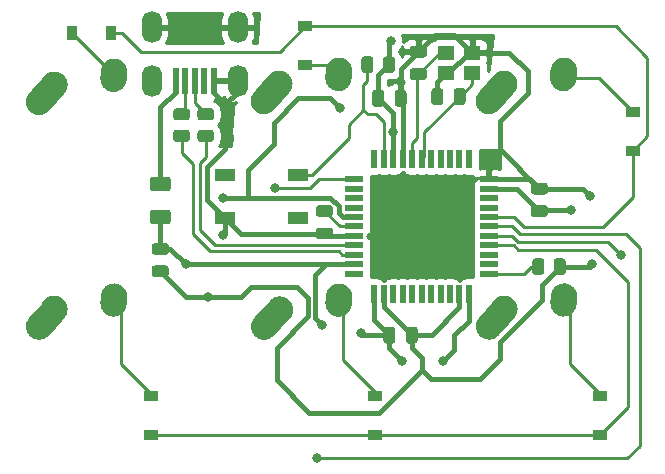
<source format=gbl>
G04 #@! TF.GenerationSoftware,KiCad,Pcbnew,5.1.12-84ad8e8a86~92~ubuntu18.04.1*
G04 #@! TF.CreationDate,2021-11-24T18:10:13-06:00*
G04 #@! TF.ProjectId,sixpack,73697870-6163-46b2-9e6b-696361645f70,rev?*
G04 #@! TF.SameCoordinates,Original*
G04 #@! TF.FileFunction,Copper,L2,Bot*
G04 #@! TF.FilePolarity,Positive*
%FSLAX46Y46*%
G04 Gerber Fmt 4.6, Leading zero omitted, Abs format (unit mm)*
G04 Created by KiCad (PCBNEW 5.1.12-84ad8e8a86~92~ubuntu18.04.1) date 2021-11-24 18:10:13*
%MOMM*%
%LPD*%
G01*
G04 APERTURE LIST*
G04 #@! TA.AperFunction,ComponentPad*
%ADD10C,2.250000*%
G04 #@! TD*
G04 #@! TA.AperFunction,SMDPad,CuDef*
%ADD11R,1.400000X1.200000*%
G04 #@! TD*
G04 #@! TA.AperFunction,ComponentPad*
%ADD12O,1.700000X2.700000*%
G04 #@! TD*
G04 #@! TA.AperFunction,SMDPad,CuDef*
%ADD13R,0.500000X2.250000*%
G04 #@! TD*
G04 #@! TA.AperFunction,SMDPad,CuDef*
%ADD14R,0.550000X1.500000*%
G04 #@! TD*
G04 #@! TA.AperFunction,SMDPad,CuDef*
%ADD15R,1.500000X0.550000*%
G04 #@! TD*
G04 #@! TA.AperFunction,SMDPad,CuDef*
%ADD16R,1.800000X1.100000*%
G04 #@! TD*
G04 #@! TA.AperFunction,SMDPad,CuDef*
%ADD17R,1.200000X0.900000*%
G04 #@! TD*
G04 #@! TA.AperFunction,SMDPad,CuDef*
%ADD18R,0.900000X1.200000*%
G04 #@! TD*
G04 #@! TA.AperFunction,ViaPad*
%ADD19C,0.800000*%
G04 #@! TD*
G04 #@! TA.AperFunction,Conductor*
%ADD20C,0.381000*%
G04 #@! TD*
G04 #@! TA.AperFunction,Conductor*
%ADD21C,0.254000*%
G04 #@! TD*
G04 #@! TA.AperFunction,Conductor*
%ADD22C,0.020000*%
G04 #@! TD*
G04 APERTURE END LIST*
D10*
G04 #@! TO.P,MX4,1*
G04 #@! TO.N,COL1*
X99880000Y-54930000D03*
G04 #@! TA.AperFunction,ComponentPad*
G36*
G01*
X97818688Y-57227350D02*
X97818683Y-57227345D01*
G75*
G02*
X97732655Y-55638683I751317J837345D01*
G01*
X99042657Y-54178683D01*
G75*
G02*
X100631319Y-54092655I837345J-751317D01*
G01*
X100631319Y-54092655D01*
G75*
G02*
X100717347Y-55681317I-751317J-837345D01*
G01*
X99407345Y-57141317D01*
G75*
G02*
X97818683Y-57227345I-837345J751317D01*
G01*
G37*
G04 #@! TD.AperFunction*
G04 #@! TO.P,MX4,2*
G04 #@! TO.N,Net-(D4-Pad2)*
X104920000Y-53850000D03*
G04 #@! TA.AperFunction,ComponentPad*
G36*
G01*
X104803483Y-55552395D02*
X104802597Y-55552334D01*
G75*
G02*
X103757666Y-54352597I77403J1122334D01*
G01*
X103797666Y-53772597D01*
G75*
G02*
X104997403Y-52727666I1122334J-77403D01*
G01*
X104997403Y-52727666D01*
G75*
G02*
X106042334Y-53927403I-77403J-1122334D01*
G01*
X106002334Y-54507403D01*
G75*
G02*
X104802597Y-55552334I-1122334J77403D01*
G01*
G37*
G04 #@! TD.AperFunction*
G04 #@! TD*
G04 #@! TO.P,MX2,1*
G04 #@! TO.N,COL0*
X80843750Y-55000000D03*
G04 #@! TA.AperFunction,ComponentPad*
G36*
G01*
X78782438Y-57297350D02*
X78782433Y-57297345D01*
G75*
G02*
X78696405Y-55708683I751317J837345D01*
G01*
X80006407Y-54248683D01*
G75*
G02*
X81595069Y-54162655I837345J-751317D01*
G01*
X81595069Y-54162655D01*
G75*
G02*
X81681097Y-55751317I-751317J-837345D01*
G01*
X80371095Y-57211317D01*
G75*
G02*
X78782433Y-57297345I-837345J751317D01*
G01*
G37*
G04 #@! TD.AperFunction*
G04 #@! TO.P,MX2,2*
G04 #@! TO.N,Net-(D2-Pad2)*
X85883750Y-53920000D03*
G04 #@! TA.AperFunction,ComponentPad*
G36*
G01*
X85767233Y-55622395D02*
X85766347Y-55622334D01*
G75*
G02*
X84721416Y-54422597I77403J1122334D01*
G01*
X84761416Y-53842597D01*
G75*
G02*
X85961153Y-52797666I1122334J-77403D01*
G01*
X85961153Y-52797666D01*
G75*
G02*
X87006084Y-53997403I-77403J-1122334D01*
G01*
X86966084Y-54577403D01*
G75*
G02*
X85766347Y-55622334I-1122334J77403D01*
G01*
G37*
G04 #@! TD.AperFunction*
G04 #@! TD*
D11*
G04 #@! TO.P,Y1,4*
G04 #@! TO.N,GND*
X116200000Y-52300000D03*
G04 #@! TO.P,Y1,3*
G04 #@! TO.N,Net-(C5-Pad1)*
X114000000Y-52300000D03*
G04 #@! TO.P,Y1,2*
G04 #@! TO.N,GND*
X114000000Y-54000000D03*
G04 #@! TO.P,Y1,1*
G04 #@! TO.N,Net-(C3-Pad1)*
X116200000Y-54000000D03*
G04 #@! TD*
D12*
G04 #@! TO.P,USB1,6*
G04 #@! TO.N,GND*
X89060000Y-50140000D03*
X96360000Y-50140000D03*
X96360000Y-54640000D03*
X89060000Y-54640000D03*
D13*
G04 #@! TO.P,USB1,5*
G04 #@! TO.N,VCC*
X91110000Y-54640000D03*
G04 #@! TO.P,USB1,4*
G04 #@! TO.N,D-*
X91910000Y-54640000D03*
G04 #@! TO.P,USB1,3*
G04 #@! TO.N,D+*
X92710000Y-54640000D03*
G04 #@! TO.P,USB1,2*
G04 #@! TO.N,Net-(USB1-Pad2)*
X93510000Y-54640000D03*
G04 #@! TO.P,USB1,1*
G04 #@! TO.N,GND*
X94310000Y-54640000D03*
G04 #@! TD*
D14*
G04 #@! TO.P,U1,44*
G04 #@! TO.N,+5V*
X107928000Y-72700000D03*
G04 #@! TO.P,U1,43*
G04 #@! TO.N,GND*
X108728000Y-72700000D03*
G04 #@! TO.P,U1,42*
G04 #@! TO.N,Net-(U1-Pad42)*
X109528000Y-72700000D03*
G04 #@! TO.P,U1,41*
G04 #@! TO.N,Net-(U1-Pad41)*
X110328000Y-72700000D03*
G04 #@! TO.P,U1,40*
G04 #@! TO.N,Net-(U1-Pad40)*
X111128000Y-72700000D03*
G04 #@! TO.P,U1,39*
G04 #@! TO.N,Net-(U1-Pad39)*
X111928000Y-72700000D03*
G04 #@! TO.P,U1,38*
G04 #@! TO.N,Net-(U1-Pad38)*
X112728000Y-72700000D03*
G04 #@! TO.P,U1,37*
G04 #@! TO.N,Net-(U1-Pad37)*
X113528000Y-72700000D03*
G04 #@! TO.P,U1,36*
G04 #@! TO.N,Net-(U1-Pad36)*
X114328000Y-72700000D03*
G04 #@! TO.P,U1,35*
G04 #@! TO.N,GND*
X115128000Y-72700000D03*
G04 #@! TO.P,U1,34*
G04 #@! TO.N,+5V*
X115928000Y-72700000D03*
D15*
G04 #@! TO.P,U1,33*
G04 #@! TO.N,Net-(R4-Pad2)*
X117628000Y-71000000D03*
G04 #@! TO.P,U1,32*
G04 #@! TO.N,Net-(U1-Pad32)*
X117628000Y-70200000D03*
G04 #@! TO.P,U1,31*
G04 #@! TO.N,Net-(U1-Pad31)*
X117628000Y-69400000D03*
G04 #@! TO.P,U1,30*
G04 #@! TO.N,ROW1*
X117628000Y-68600000D03*
G04 #@! TO.P,U1,29*
G04 #@! TO.N,COL0*
X117628000Y-67800000D03*
G04 #@! TO.P,U1,28*
G04 #@! TO.N,COL1*
X117628000Y-67000000D03*
G04 #@! TO.P,U1,27*
G04 #@! TO.N,ROW0*
X117628000Y-66200000D03*
G04 #@! TO.P,U1,26*
G04 #@! TO.N,Net-(U1-Pad26)*
X117628000Y-65400000D03*
G04 #@! TO.P,U1,25*
G04 #@! TO.N,Net-(U1-Pad25)*
X117628000Y-64600000D03*
G04 #@! TO.P,U1,24*
G04 #@! TO.N,+5V*
X117628000Y-63800000D03*
G04 #@! TO.P,U1,23*
G04 #@! TO.N,GND*
X117628000Y-63000000D03*
D14*
G04 #@! TO.P,U1,22*
G04 #@! TO.N,Net-(U1-Pad22)*
X115928000Y-61300000D03*
G04 #@! TO.P,U1,21*
G04 #@! TO.N,Net-(U1-Pad21)*
X115128000Y-61300000D03*
G04 #@! TO.P,U1,20*
G04 #@! TO.N,Net-(U1-Pad20)*
X114328000Y-61300000D03*
G04 #@! TO.P,U1,19*
G04 #@! TO.N,Net-(U1-Pad19)*
X113528000Y-61300000D03*
G04 #@! TO.P,U1,18*
G04 #@! TO.N,Net-(U1-Pad18)*
X112728000Y-61300000D03*
G04 #@! TO.P,U1,17*
G04 #@! TO.N,Net-(C3-Pad1)*
X111928000Y-61300000D03*
G04 #@! TO.P,U1,16*
G04 #@! TO.N,Net-(C5-Pad1)*
X111128000Y-61300000D03*
G04 #@! TO.P,U1,15*
G04 #@! TO.N,GND*
X110328000Y-61300000D03*
G04 #@! TO.P,U1,14*
G04 #@! TO.N,+5V*
X109528000Y-61300000D03*
G04 #@! TO.P,U1,13*
G04 #@! TO.N,Net-(R3-Pad2)*
X108728000Y-61300000D03*
G04 #@! TO.P,U1,12*
G04 #@! TO.N,Net-(U1-Pad12)*
X107928000Y-61300000D03*
D15*
G04 #@! TO.P,U1,11*
G04 #@! TO.N,COL2*
X106228000Y-63000000D03*
G04 #@! TO.P,U1,10*
G04 #@! TO.N,Net-(U1-Pad10)*
X106228000Y-63800000D03*
G04 #@! TO.P,U1,9*
G04 #@! TO.N,Net-(U1-Pad9)*
X106228000Y-64600000D03*
G04 #@! TO.P,U1,8*
G04 #@! TO.N,Net-(U1-Pad8)*
X106228000Y-65400000D03*
G04 #@! TO.P,U1,7*
G04 #@! TO.N,+5V*
X106228000Y-66200000D03*
G04 #@! TO.P,U1,6*
G04 #@! TO.N,Net-(C6-Pad1)*
X106228000Y-67000000D03*
G04 #@! TO.P,U1,5*
G04 #@! TO.N,GND*
X106228000Y-67800000D03*
G04 #@! TO.P,U1,4*
G04 #@! TO.N,Net-(R2-Pad1)*
X106228000Y-68600000D03*
G04 #@! TO.P,U1,3*
G04 #@! TO.N,Net-(R1-Pad1)*
X106228000Y-69400000D03*
G04 #@! TO.P,U1,2*
G04 #@! TO.N,+5V*
X106228000Y-70200000D03*
G04 #@! TO.P,U1,1*
G04 #@! TO.N,Net-(U1-Pad1)*
X106228000Y-71000000D03*
G04 #@! TD*
D16*
G04 #@! TO.P,SW1,4*
G04 #@! TO.N,N/C*
X101500000Y-66300000D03*
G04 #@! TO.P,SW1,3*
X95300000Y-62600000D03*
G04 #@! TO.P,SW1,2*
G04 #@! TO.N,Net-(R3-Pad2)*
X101500000Y-62600000D03*
G04 #@! TO.P,SW1,1*
G04 #@! TO.N,GND*
X95300000Y-66300000D03*
G04 #@! TD*
G04 #@! TO.P,R4,2*
G04 #@! TO.N,Net-(R4-Pad2)*
G04 #@! TA.AperFunction,SMDPad,CuDef*
G36*
G01*
X122312500Y-69949999D02*
X122312500Y-70850001D01*
G75*
G02*
X122062501Y-71100000I-249999J0D01*
G01*
X121537499Y-71100000D01*
G75*
G02*
X121287500Y-70850001I0J249999D01*
G01*
X121287500Y-69949999D01*
G75*
G02*
X121537499Y-69700000I249999J0D01*
G01*
X122062501Y-69700000D01*
G75*
G02*
X122312500Y-69949999I0J-249999D01*
G01*
G37*
G04 #@! TD.AperFunction*
G04 #@! TO.P,R4,1*
G04 #@! TO.N,GND*
G04 #@! TA.AperFunction,SMDPad,CuDef*
G36*
G01*
X124137500Y-69949999D02*
X124137500Y-70850001D01*
G75*
G02*
X123887501Y-71100000I-249999J0D01*
G01*
X123362499Y-71100000D01*
G75*
G02*
X123112500Y-70850001I0J249999D01*
G01*
X123112500Y-69949999D01*
G75*
G02*
X123362499Y-69700000I249999J0D01*
G01*
X123887501Y-69700000D01*
G75*
G02*
X124137500Y-69949999I0J-249999D01*
G01*
G37*
G04 #@! TD.AperFunction*
G04 #@! TD*
G04 #@! TO.P,R3,2*
G04 #@! TO.N,Net-(R3-Pad2)*
G04 #@! TA.AperFunction,SMDPad,CuDef*
G36*
G01*
X107850000Y-52849999D02*
X107850000Y-53750001D01*
G75*
G02*
X107600001Y-54000000I-249999J0D01*
G01*
X107074999Y-54000000D01*
G75*
G02*
X106825000Y-53750001I0J249999D01*
G01*
X106825000Y-52849999D01*
G75*
G02*
X107074999Y-52600000I249999J0D01*
G01*
X107600001Y-52600000D01*
G75*
G02*
X107850000Y-52849999I0J-249999D01*
G01*
G37*
G04 #@! TD.AperFunction*
G04 #@! TO.P,R3,1*
G04 #@! TO.N,+5V*
G04 #@! TA.AperFunction,SMDPad,CuDef*
G36*
G01*
X109675000Y-52849999D02*
X109675000Y-53750001D01*
G75*
G02*
X109425001Y-54000000I-249999J0D01*
G01*
X108899999Y-54000000D01*
G75*
G02*
X108650000Y-53750001I0J249999D01*
G01*
X108650000Y-52849999D01*
G75*
G02*
X108899999Y-52600000I249999J0D01*
G01*
X109425001Y-52600000D01*
G75*
G02*
X109675000Y-52849999I0J-249999D01*
G01*
G37*
G04 #@! TD.AperFunction*
G04 #@! TD*
G04 #@! TO.P,R2,2*
G04 #@! TO.N,D+*
G04 #@! TA.AperFunction,SMDPad,CuDef*
G36*
G01*
X94100001Y-58012500D02*
X93199999Y-58012500D01*
G75*
G02*
X92950000Y-57762501I0J249999D01*
G01*
X92950000Y-57237499D01*
G75*
G02*
X93199999Y-56987500I249999J0D01*
G01*
X94100001Y-56987500D01*
G75*
G02*
X94350000Y-57237499I0J-249999D01*
G01*
X94350000Y-57762501D01*
G75*
G02*
X94100001Y-58012500I-249999J0D01*
G01*
G37*
G04 #@! TD.AperFunction*
G04 #@! TO.P,R2,1*
G04 #@! TO.N,Net-(R2-Pad1)*
G04 #@! TA.AperFunction,SMDPad,CuDef*
G36*
G01*
X94100001Y-59837500D02*
X93199999Y-59837500D01*
G75*
G02*
X92950000Y-59587501I0J249999D01*
G01*
X92950000Y-59062499D01*
G75*
G02*
X93199999Y-58812500I249999J0D01*
G01*
X94100001Y-58812500D01*
G75*
G02*
X94350000Y-59062499I0J-249999D01*
G01*
X94350000Y-59587501D01*
G75*
G02*
X94100001Y-59837500I-249999J0D01*
G01*
G37*
G04 #@! TD.AperFunction*
G04 #@! TD*
G04 #@! TO.P,R1,2*
G04 #@! TO.N,D-*
G04 #@! TA.AperFunction,SMDPad,CuDef*
G36*
G01*
X92050001Y-58012500D02*
X91149999Y-58012500D01*
G75*
G02*
X90900000Y-57762501I0J249999D01*
G01*
X90900000Y-57237499D01*
G75*
G02*
X91149999Y-56987500I249999J0D01*
G01*
X92050001Y-56987500D01*
G75*
G02*
X92300000Y-57237499I0J-249999D01*
G01*
X92300000Y-57762501D01*
G75*
G02*
X92050001Y-58012500I-249999J0D01*
G01*
G37*
G04 #@! TD.AperFunction*
G04 #@! TO.P,R1,1*
G04 #@! TO.N,Net-(R1-Pad1)*
G04 #@! TA.AperFunction,SMDPad,CuDef*
G36*
G01*
X92050001Y-59837500D02*
X91149999Y-59837500D01*
G75*
G02*
X90900000Y-59587501I0J249999D01*
G01*
X90900000Y-59062499D01*
G75*
G02*
X91149999Y-58812500I249999J0D01*
G01*
X92050001Y-58812500D01*
G75*
G02*
X92300000Y-59062499I0J-249999D01*
G01*
X92300000Y-59587501D01*
G75*
G02*
X92050001Y-59837500I-249999J0D01*
G01*
G37*
G04 #@! TD.AperFunction*
G04 #@! TD*
D10*
G04 #@! TO.P,MX6,1*
G04 #@! TO.N,COL2*
X118920000Y-54930000D03*
G04 #@! TA.AperFunction,ComponentPad*
G36*
G01*
X116858688Y-57227350D02*
X116858683Y-57227345D01*
G75*
G02*
X116772655Y-55638683I751317J837345D01*
G01*
X118082657Y-54178683D01*
G75*
G02*
X119671319Y-54092655I837345J-751317D01*
G01*
X119671319Y-54092655D01*
G75*
G02*
X119757347Y-55681317I-751317J-837345D01*
G01*
X118447345Y-57141317D01*
G75*
G02*
X116858683Y-57227345I-837345J751317D01*
G01*
G37*
G04 #@! TD.AperFunction*
G04 #@! TO.P,MX6,2*
G04 #@! TO.N,Net-(D6-Pad2)*
X123960000Y-53850000D03*
G04 #@! TA.AperFunction,ComponentPad*
G36*
G01*
X123843483Y-55552395D02*
X123842597Y-55552334D01*
G75*
G02*
X122797666Y-54352597I77403J1122334D01*
G01*
X122837666Y-53772597D01*
G75*
G02*
X124037403Y-52727666I1122334J-77403D01*
G01*
X124037403Y-52727666D01*
G75*
G02*
X125082334Y-53927403I-77403J-1122334D01*
G01*
X125042334Y-54507403D01*
G75*
G02*
X123842597Y-55552334I-1122334J77403D01*
G01*
G37*
G04 #@! TD.AperFunction*
G04 #@! TD*
G04 #@! TO.P,MX5,1*
G04 #@! TO.N,COL2*
X118940000Y-74010000D03*
G04 #@! TA.AperFunction,ComponentPad*
G36*
G01*
X116878688Y-76307350D02*
X116878683Y-76307345D01*
G75*
G02*
X116792655Y-74718683I751317J837345D01*
G01*
X118102657Y-73258683D01*
G75*
G02*
X119691319Y-73172655I837345J-751317D01*
G01*
X119691319Y-73172655D01*
G75*
G02*
X119777347Y-74761317I-751317J-837345D01*
G01*
X118467345Y-76221317D01*
G75*
G02*
X116878683Y-76307345I-837345J751317D01*
G01*
G37*
G04 #@! TD.AperFunction*
G04 #@! TO.P,MX5,2*
G04 #@! TO.N,Net-(D5-Pad2)*
X123980000Y-72930000D03*
G04 #@! TA.AperFunction,ComponentPad*
G36*
G01*
X123863483Y-74632395D02*
X123862597Y-74632334D01*
G75*
G02*
X122817666Y-73432597I77403J1122334D01*
G01*
X122857666Y-72852597D01*
G75*
G02*
X124057403Y-71807666I1122334J-77403D01*
G01*
X124057403Y-71807666D01*
G75*
G02*
X125102334Y-73007403I-77403J-1122334D01*
G01*
X125062334Y-73587403D01*
G75*
G02*
X123862597Y-74632334I-1122334J77403D01*
G01*
G37*
G04 #@! TD.AperFunction*
G04 #@! TD*
G04 #@! TO.P,MX3,1*
G04 #@! TO.N,COL1*
X99900000Y-74030000D03*
G04 #@! TA.AperFunction,ComponentPad*
G36*
G01*
X97838688Y-76327350D02*
X97838683Y-76327345D01*
G75*
G02*
X97752655Y-74738683I751317J837345D01*
G01*
X99062657Y-73278683D01*
G75*
G02*
X100651319Y-73192655I837345J-751317D01*
G01*
X100651319Y-73192655D01*
G75*
G02*
X100737347Y-74781317I-751317J-837345D01*
G01*
X99427345Y-76241317D01*
G75*
G02*
X97838683Y-76327345I-837345J751317D01*
G01*
G37*
G04 #@! TD.AperFunction*
G04 #@! TO.P,MX3,2*
G04 #@! TO.N,Net-(D3-Pad2)*
X104940000Y-72950000D03*
G04 #@! TA.AperFunction,ComponentPad*
G36*
G01*
X104823483Y-74652395D02*
X104822597Y-74652334D01*
G75*
G02*
X103777666Y-73452597I77403J1122334D01*
G01*
X103817666Y-72872597D01*
G75*
G02*
X105017403Y-71827666I1122334J-77403D01*
G01*
X105017403Y-71827666D01*
G75*
G02*
X106062334Y-73027403I-77403J-1122334D01*
G01*
X106022334Y-73607403D01*
G75*
G02*
X104822597Y-74652334I-1122334J77403D01*
G01*
G37*
G04 #@! TD.AperFunction*
G04 #@! TD*
G04 #@! TO.P,MX1,1*
G04 #@! TO.N,COL0*
X80843750Y-74020000D03*
G04 #@! TA.AperFunction,ComponentPad*
G36*
G01*
X78782438Y-76317350D02*
X78782433Y-76317345D01*
G75*
G02*
X78696405Y-74728683I751317J837345D01*
G01*
X80006407Y-73268683D01*
G75*
G02*
X81595069Y-73182655I837345J-751317D01*
G01*
X81595069Y-73182655D01*
G75*
G02*
X81681097Y-74771317I-751317J-837345D01*
G01*
X80371095Y-76231317D01*
G75*
G02*
X78782433Y-76317345I-837345J751317D01*
G01*
G37*
G04 #@! TD.AperFunction*
G04 #@! TO.P,MX1,2*
G04 #@! TO.N,Net-(D1-Pad2)*
X85883750Y-72940000D03*
G04 #@! TA.AperFunction,ComponentPad*
G36*
G01*
X85767233Y-74642395D02*
X85766347Y-74642334D01*
G75*
G02*
X84721416Y-73442597I77403J1122334D01*
G01*
X84761416Y-72862597D01*
G75*
G02*
X85961153Y-71817666I1122334J-77403D01*
G01*
X85961153Y-71817666D01*
G75*
G02*
X87006084Y-73017403I-77403J-1122334D01*
G01*
X86966084Y-73597403D01*
G75*
G02*
X85766347Y-74642334I-1122334J77403D01*
G01*
G37*
G04 #@! TD.AperFunction*
G04 #@! TD*
G04 #@! TO.P,F1,2*
G04 #@! TO.N,VCC*
G04 #@! TA.AperFunction,SMDPad,CuDef*
G36*
G01*
X90425000Y-64025000D02*
X89175000Y-64025000D01*
G75*
G02*
X88925000Y-63775000I0J250000D01*
G01*
X88925000Y-63025000D01*
G75*
G02*
X89175000Y-62775000I250000J0D01*
G01*
X90425000Y-62775000D01*
G75*
G02*
X90675000Y-63025000I0J-250000D01*
G01*
X90675000Y-63775000D01*
G75*
G02*
X90425000Y-64025000I-250000J0D01*
G01*
G37*
G04 #@! TD.AperFunction*
G04 #@! TO.P,F1,1*
G04 #@! TO.N,+5V*
G04 #@! TA.AperFunction,SMDPad,CuDef*
G36*
G01*
X90425000Y-66825000D02*
X89175000Y-66825000D01*
G75*
G02*
X88925000Y-66575000I0J250000D01*
G01*
X88925000Y-65825000D01*
G75*
G02*
X89175000Y-65575000I250000J0D01*
G01*
X90425000Y-65575000D01*
G75*
G02*
X90675000Y-65825000I0J-250000D01*
G01*
X90675000Y-66575000D01*
G75*
G02*
X90425000Y-66825000I-250000J0D01*
G01*
G37*
G04 #@! TD.AperFunction*
G04 #@! TD*
D17*
G04 #@! TO.P,D6,2*
G04 #@! TO.N,Net-(D6-Pad2)*
X129800000Y-57300000D03*
G04 #@! TO.P,D6,1*
G04 #@! TO.N,ROW0*
X129800000Y-60600000D03*
G04 #@! TD*
G04 #@! TO.P,D5,2*
G04 #@! TO.N,Net-(D5-Pad2)*
X127000000Y-81350000D03*
G04 #@! TO.P,D5,1*
G04 #@! TO.N,ROW1*
X127000000Y-84650000D03*
G04 #@! TD*
G04 #@! TO.P,D4,2*
G04 #@! TO.N,Net-(D4-Pad2)*
X102050000Y-53350000D03*
G04 #@! TO.P,D4,1*
G04 #@! TO.N,ROW0*
X102050000Y-50050000D03*
G04 #@! TD*
G04 #@! TO.P,D3,2*
G04 #@! TO.N,Net-(D3-Pad2)*
X108000000Y-81350000D03*
G04 #@! TO.P,D3,1*
G04 #@! TO.N,ROW1*
X108000000Y-84650000D03*
G04 #@! TD*
D18*
G04 #@! TO.P,D2,2*
G04 #@! TO.N,Net-(D2-Pad2)*
X82300000Y-50650000D03*
G04 #@! TO.P,D2,1*
G04 #@! TO.N,ROW0*
X85600000Y-50650000D03*
G04 #@! TD*
D17*
G04 #@! TO.P,D1,2*
G04 #@! TO.N,Net-(D1-Pad2)*
X89000000Y-81350000D03*
G04 #@! TO.P,D1,1*
G04 #@! TO.N,ROW1*
X89000000Y-84650000D03*
G04 #@! TD*
G04 #@! TO.P,C7,2*
G04 #@! TO.N,GND*
G04 #@! TA.AperFunction,SMDPad,CuDef*
G36*
G01*
X89325000Y-70300000D02*
X90275000Y-70300000D01*
G75*
G02*
X90525000Y-70550000I0J-250000D01*
G01*
X90525000Y-71050000D01*
G75*
G02*
X90275000Y-71300000I-250000J0D01*
G01*
X89325000Y-71300000D01*
G75*
G02*
X89075000Y-71050000I0J250000D01*
G01*
X89075000Y-70550000D01*
G75*
G02*
X89325000Y-70300000I250000J0D01*
G01*
G37*
G04 #@! TD.AperFunction*
G04 #@! TO.P,C7,1*
G04 #@! TO.N,+5V*
G04 #@! TA.AperFunction,SMDPad,CuDef*
G36*
G01*
X89325000Y-68400000D02*
X90275000Y-68400000D01*
G75*
G02*
X90525000Y-68650000I0J-250000D01*
G01*
X90525000Y-69150000D01*
G75*
G02*
X90275000Y-69400000I-250000J0D01*
G01*
X89325000Y-69400000D01*
G75*
G02*
X89075000Y-69150000I0J250000D01*
G01*
X89075000Y-68650000D01*
G75*
G02*
X89325000Y-68400000I250000J0D01*
G01*
G37*
G04 #@! TD.AperFunction*
G04 #@! TD*
G04 #@! TO.P,C6,2*
G04 #@! TO.N,GND*
G04 #@! TA.AperFunction,SMDPad,CuDef*
G36*
G01*
X103225000Y-67100000D02*
X104175000Y-67100000D01*
G75*
G02*
X104425000Y-67350000I0J-250000D01*
G01*
X104425000Y-67850000D01*
G75*
G02*
X104175000Y-68100000I-250000J0D01*
G01*
X103225000Y-68100000D01*
G75*
G02*
X102975000Y-67850000I0J250000D01*
G01*
X102975000Y-67350000D01*
G75*
G02*
X103225000Y-67100000I250000J0D01*
G01*
G37*
G04 #@! TD.AperFunction*
G04 #@! TO.P,C6,1*
G04 #@! TO.N,Net-(C6-Pad1)*
G04 #@! TA.AperFunction,SMDPad,CuDef*
G36*
G01*
X103225000Y-65200000D02*
X104175000Y-65200000D01*
G75*
G02*
X104425000Y-65450000I0J-250000D01*
G01*
X104425000Y-65950000D01*
G75*
G02*
X104175000Y-66200000I-250000J0D01*
G01*
X103225000Y-66200000D01*
G75*
G02*
X102975000Y-65950000I0J250000D01*
G01*
X102975000Y-65450000D01*
G75*
G02*
X103225000Y-65200000I250000J0D01*
G01*
G37*
G04 #@! TD.AperFunction*
G04 #@! TD*
G04 #@! TO.P,C5,2*
G04 #@! TO.N,GND*
G04 #@! TA.AperFunction,SMDPad,CuDef*
G36*
G01*
X112125000Y-52700000D02*
X111175000Y-52700000D01*
G75*
G02*
X110925000Y-52450000I0J250000D01*
G01*
X110925000Y-51950000D01*
G75*
G02*
X111175000Y-51700000I250000J0D01*
G01*
X112125000Y-51700000D01*
G75*
G02*
X112375000Y-51950000I0J-250000D01*
G01*
X112375000Y-52450000D01*
G75*
G02*
X112125000Y-52700000I-250000J0D01*
G01*
G37*
G04 #@! TD.AperFunction*
G04 #@! TO.P,C5,1*
G04 #@! TO.N,Net-(C5-Pad1)*
G04 #@! TA.AperFunction,SMDPad,CuDef*
G36*
G01*
X112125000Y-54600000D02*
X111175000Y-54600000D01*
G75*
G02*
X110925000Y-54350000I0J250000D01*
G01*
X110925000Y-53850000D01*
G75*
G02*
X111175000Y-53600000I250000J0D01*
G01*
X112125000Y-53600000D01*
G75*
G02*
X112375000Y-53850000I0J-250000D01*
G01*
X112375000Y-54350000D01*
G75*
G02*
X112125000Y-54600000I-250000J0D01*
G01*
G37*
G04 #@! TD.AperFunction*
G04 #@! TD*
G04 #@! TO.P,C4,2*
G04 #@! TO.N,GND*
G04 #@! TA.AperFunction,SMDPad,CuDef*
G36*
G01*
X109650000Y-56625000D02*
X109650000Y-55675000D01*
G75*
G02*
X109900000Y-55425000I250000J0D01*
G01*
X110400000Y-55425000D01*
G75*
G02*
X110650000Y-55675000I0J-250000D01*
G01*
X110650000Y-56625000D01*
G75*
G02*
X110400000Y-56875000I-250000J0D01*
G01*
X109900000Y-56875000D01*
G75*
G02*
X109650000Y-56625000I0J250000D01*
G01*
G37*
G04 #@! TD.AperFunction*
G04 #@! TO.P,C4,1*
G04 #@! TO.N,+5V*
G04 #@! TA.AperFunction,SMDPad,CuDef*
G36*
G01*
X107750000Y-56625000D02*
X107750000Y-55675000D01*
G75*
G02*
X108000000Y-55425000I250000J0D01*
G01*
X108500000Y-55425000D01*
G75*
G02*
X108750000Y-55675000I0J-250000D01*
G01*
X108750000Y-56625000D01*
G75*
G02*
X108500000Y-56875000I-250000J0D01*
G01*
X108000000Y-56875000D01*
G75*
G02*
X107750000Y-56625000I0J250000D01*
G01*
G37*
G04 #@! TD.AperFunction*
G04 #@! TD*
G04 #@! TO.P,C3,2*
G04 #@! TO.N,GND*
G04 #@! TA.AperFunction,SMDPad,CuDef*
G36*
G01*
X113750000Y-55525000D02*
X113750000Y-56475000D01*
G75*
G02*
X113500000Y-56725000I-250000J0D01*
G01*
X113000000Y-56725000D01*
G75*
G02*
X112750000Y-56475000I0J250000D01*
G01*
X112750000Y-55525000D01*
G75*
G02*
X113000000Y-55275000I250000J0D01*
G01*
X113500000Y-55275000D01*
G75*
G02*
X113750000Y-55525000I0J-250000D01*
G01*
G37*
G04 #@! TD.AperFunction*
G04 #@! TO.P,C3,1*
G04 #@! TO.N,Net-(C3-Pad1)*
G04 #@! TA.AperFunction,SMDPad,CuDef*
G36*
G01*
X115650000Y-55525000D02*
X115650000Y-56475000D01*
G75*
G02*
X115400000Y-56725000I-250000J0D01*
G01*
X114900000Y-56725000D01*
G75*
G02*
X114650000Y-56475000I0J250000D01*
G01*
X114650000Y-55525000D01*
G75*
G02*
X114900000Y-55275000I250000J0D01*
G01*
X115400000Y-55275000D01*
G75*
G02*
X115650000Y-55525000I0J-250000D01*
G01*
G37*
G04 #@! TD.AperFunction*
G04 #@! TD*
G04 #@! TO.P,C2,2*
G04 #@! TO.N,GND*
G04 #@! TA.AperFunction,SMDPad,CuDef*
G36*
G01*
X110600000Y-76675000D02*
X110600000Y-75725000D01*
G75*
G02*
X110850000Y-75475000I250000J0D01*
G01*
X111350000Y-75475000D01*
G75*
G02*
X111600000Y-75725000I0J-250000D01*
G01*
X111600000Y-76675000D01*
G75*
G02*
X111350000Y-76925000I-250000J0D01*
G01*
X110850000Y-76925000D01*
G75*
G02*
X110600000Y-76675000I0J250000D01*
G01*
G37*
G04 #@! TD.AperFunction*
G04 #@! TO.P,C2,1*
G04 #@! TO.N,+5V*
G04 #@! TA.AperFunction,SMDPad,CuDef*
G36*
G01*
X108700000Y-76675000D02*
X108700000Y-75725000D01*
G75*
G02*
X108950000Y-75475000I250000J0D01*
G01*
X109450000Y-75475000D01*
G75*
G02*
X109700000Y-75725000I0J-250000D01*
G01*
X109700000Y-76675000D01*
G75*
G02*
X109450000Y-76925000I-250000J0D01*
G01*
X108950000Y-76925000D01*
G75*
G02*
X108700000Y-76675000I0J250000D01*
G01*
G37*
G04 #@! TD.AperFunction*
G04 #@! TD*
G04 #@! TO.P,C1,2*
G04 #@! TO.N,GND*
G04 #@! TA.AperFunction,SMDPad,CuDef*
G36*
G01*
X122375000Y-64300000D02*
X121425000Y-64300000D01*
G75*
G02*
X121175000Y-64050000I0J250000D01*
G01*
X121175000Y-63550000D01*
G75*
G02*
X121425000Y-63300000I250000J0D01*
G01*
X122375000Y-63300000D01*
G75*
G02*
X122625000Y-63550000I0J-250000D01*
G01*
X122625000Y-64050000D01*
G75*
G02*
X122375000Y-64300000I-250000J0D01*
G01*
G37*
G04 #@! TD.AperFunction*
G04 #@! TO.P,C1,1*
G04 #@! TO.N,+5V*
G04 #@! TA.AperFunction,SMDPad,CuDef*
G36*
G01*
X122375000Y-66200000D02*
X121425000Y-66200000D01*
G75*
G02*
X121175000Y-65950000I0J250000D01*
G01*
X121175000Y-65450000D01*
G75*
G02*
X121425000Y-65200000I250000J0D01*
G01*
X122375000Y-65200000D01*
G75*
G02*
X122625000Y-65450000I0J-250000D01*
G01*
X122625000Y-65950000D01*
G75*
G02*
X122375000Y-66200000I-250000J0D01*
G01*
G37*
G04 #@! TD.AperFunction*
G04 #@! TD*
D19*
G04 #@! TO.N,GND*
X126350000Y-70200000D03*
X126200000Y-64400000D03*
X95150000Y-67700000D03*
X93850000Y-72950000D03*
G04 #@! TO.N,+5V*
X109350000Y-51300000D03*
X124600000Y-65600000D03*
X106800000Y-76000000D03*
X103500000Y-75350000D03*
X110250000Y-78400000D03*
X113750000Y-78400000D03*
X95100000Y-64550000D03*
X105050000Y-56950000D03*
X109528000Y-59028000D03*
X91950000Y-70200000D03*
G04 #@! TO.N,COL0*
X128850000Y-69450000D03*
G04 #@! TO.N,COL1*
X103050000Y-86600000D03*
G04 #@! TO.N,COL2*
X99500000Y-63750000D03*
G04 #@! TD*
D20*
G04 #@! TO.N,GND*
X121100000Y-63000000D02*
X121900000Y-63800000D01*
X117628000Y-63000000D02*
X121100000Y-63000000D01*
X112800000Y-76159000D02*
X112800000Y-76200000D01*
X115128000Y-73831000D02*
X112800000Y-76159000D01*
X115128000Y-72700000D02*
X115128000Y-73831000D01*
X108728000Y-73828000D02*
X108728000Y-72700000D01*
X111100000Y-76200000D02*
X108728000Y-73828000D01*
X110328000Y-56328000D02*
X110328000Y-61300000D01*
X110150000Y-56150000D02*
X110328000Y-56328000D01*
X113250000Y-54750000D02*
X114000000Y-54000000D01*
X113250000Y-56000000D02*
X113250000Y-54750000D01*
X111650000Y-52200000D02*
X113050000Y-50800000D01*
X114700000Y-50800000D02*
X116200000Y-52300000D01*
X113050000Y-50800000D02*
X114700000Y-50800000D01*
X110150000Y-53700000D02*
X110150000Y-56150000D01*
X111650000Y-52200000D02*
X110150000Y-53700000D01*
X115897098Y-52300000D02*
X116200000Y-52300000D01*
X114197098Y-54000000D02*
X115897098Y-52300000D01*
X114000000Y-54000000D02*
X114197098Y-54000000D01*
X103800000Y-67600000D02*
X104000000Y-67800000D01*
X96600000Y-67600000D02*
X95300000Y-66300000D01*
X93750000Y-64750000D02*
X95300000Y-66300000D01*
X94310000Y-55660000D02*
X95300000Y-56650000D01*
X95300000Y-60447098D02*
X94447098Y-61300000D01*
X94310000Y-54640000D02*
X94310000Y-55660000D01*
X93750000Y-62000000D02*
X93750000Y-64750000D01*
X94447098Y-61300000D02*
X94447098Y-61302902D01*
X94447098Y-61302902D02*
X93750000Y-62000000D01*
X123625000Y-70400000D02*
X126150000Y-70400000D01*
X126150000Y-70400000D02*
X126350000Y-70200000D01*
X125600000Y-63800000D02*
X121900000Y-63800000D01*
X126200000Y-64400000D02*
X125600000Y-63800000D01*
X118550000Y-58050000D02*
X118550000Y-60450000D01*
X120900000Y-55700000D02*
X118550000Y-58050000D01*
X118550000Y-60450000D02*
X121900000Y-63800000D01*
X120900000Y-53850000D02*
X120900000Y-55700000D01*
X116200000Y-52300000D02*
X119350000Y-52300000D01*
X119350000Y-52300000D02*
X120900000Y-53850000D01*
X103900000Y-67800000D02*
X103700000Y-67600000D01*
X106228000Y-67800000D02*
X103900000Y-67800000D01*
X103700000Y-67600000D02*
X96600000Y-67600000D01*
X95300000Y-66300000D02*
X95300000Y-67550000D01*
X95300000Y-67550000D02*
X95150000Y-67700000D01*
X111100000Y-76200000D02*
X111100000Y-77250000D01*
X111100000Y-77250000D02*
X111950000Y-78100000D01*
X102318990Y-74582096D02*
X99650000Y-77251086D01*
X102318990Y-73018990D02*
X102318990Y-74582096D01*
X97450000Y-72100000D02*
X101400000Y-72100000D01*
X101400000Y-72100000D02*
X102318990Y-73018990D01*
X99650000Y-77251086D02*
X99650000Y-80000000D01*
X99650000Y-80000000D02*
X102400000Y-82750000D01*
X111950000Y-79152902D02*
X111950000Y-78100000D01*
X108352902Y-82750000D02*
X111950000Y-79152902D01*
X102400000Y-82750000D02*
X108352902Y-82750000D01*
X111100000Y-76200000D02*
X112800000Y-76200000D01*
X111950000Y-79152902D02*
X112697098Y-79900000D01*
X112697098Y-79900000D02*
X116900000Y-79900000D01*
X116900000Y-79900000D02*
X118550000Y-78250000D01*
X118550000Y-78250000D02*
X118550000Y-76800000D01*
X118550000Y-76800000D02*
X122100000Y-73250000D01*
X122100000Y-71925000D02*
X123625000Y-70400000D01*
X122100000Y-73250000D02*
X122100000Y-71925000D01*
X89800000Y-70800000D02*
X91950000Y-72950000D01*
X96600000Y-72950000D02*
X97450000Y-72100000D01*
X91950000Y-72950000D02*
X93850000Y-72950000D01*
X93850000Y-72950000D02*
X96600000Y-72950000D01*
X95300000Y-56650000D02*
X95300000Y-60447098D01*
X89060000Y-50140000D02*
X93257510Y-50140000D01*
X93257510Y-50140000D02*
X96360000Y-50140000D01*
X96360000Y-55590000D02*
X95300000Y-56650000D01*
X96360000Y-54640000D02*
X96360000Y-55590000D01*
G04 #@! TO.N,+5V*
X120000000Y-63800000D02*
X117628000Y-63800000D01*
X121900000Y-65700000D02*
X120000000Y-63800000D01*
X115928000Y-74972000D02*
X115928000Y-72700000D01*
X114700000Y-76200000D02*
X115928000Y-74972000D01*
X109200000Y-77300000D02*
X109200000Y-76200000D01*
X110200000Y-78300000D02*
X109200000Y-77300000D01*
X109528000Y-57428000D02*
X108250000Y-56150000D01*
X108250000Y-54212500D02*
X109162500Y-53300000D01*
X108250000Y-56150000D02*
X108250000Y-54212500D01*
X109162500Y-53300000D02*
X109162500Y-51487500D01*
X109162500Y-51487500D02*
X109350000Y-51300000D01*
X122000000Y-65600000D02*
X121900000Y-65700000D01*
X124600000Y-65600000D02*
X122000000Y-65600000D01*
X107928000Y-74928000D02*
X107928000Y-72700000D01*
X109200000Y-76200000D02*
X107928000Y-74928000D01*
X109200000Y-76200000D02*
X107000000Y-76200000D01*
X107000000Y-76200000D02*
X106800000Y-76000000D01*
X103500000Y-75350000D02*
X102900000Y-74750000D01*
X102900000Y-71100000D02*
X103800000Y-70200000D01*
X91950000Y-70200000D02*
X103800000Y-70200000D01*
X102900000Y-74750000D02*
X102900000Y-71100000D01*
X103800000Y-70200000D02*
X106228000Y-70200000D01*
X106228000Y-66200000D02*
X105250000Y-66200000D01*
X110200000Y-78300000D02*
X110200000Y-78350000D01*
X110200000Y-78350000D02*
X110250000Y-78400000D01*
X114700000Y-77450000D02*
X113750000Y-78400000D01*
X114700000Y-76200000D02*
X114700000Y-77450000D01*
X105250000Y-66200000D02*
X104900000Y-65850000D01*
X104900000Y-65850000D02*
X104900000Y-65269180D01*
X104900000Y-65269180D02*
X104180820Y-64550000D01*
X97250000Y-64550000D02*
X97250000Y-62200000D01*
X97250000Y-64550000D02*
X95100000Y-64550000D01*
X104180820Y-64550000D02*
X97250000Y-64550000D01*
X97250000Y-62200000D02*
X99400000Y-60050000D01*
X99400000Y-60050000D02*
X99400000Y-58200000D01*
X99400000Y-58200000D02*
X101500000Y-56100000D01*
X101500000Y-56100000D02*
X104200000Y-56100000D01*
X104200000Y-56100000D02*
X105050000Y-56950000D01*
X109528000Y-61300000D02*
X109528000Y-59028000D01*
X109528000Y-59028000D02*
X109528000Y-57428000D01*
X89800000Y-66200000D02*
X89800000Y-68900000D01*
X89800000Y-68900000D02*
X90650000Y-68900000D01*
X90650000Y-68900000D02*
X91950000Y-70200000D01*
D21*
G04 #@! TO.N,Net-(C3-Pad1)*
X112125999Y-61102001D02*
X111928000Y-61300000D01*
X112125999Y-59024001D02*
X112125999Y-61102001D01*
X115150000Y-56000000D02*
X112125999Y-59024001D01*
X116200000Y-54950000D02*
X115150000Y-56000000D01*
X116200000Y-54000000D02*
X116200000Y-54950000D01*
G04 #@! TO.N,Net-(C5-Pad1)*
X111061398Y-61233398D02*
X111128000Y-61300000D01*
X113811398Y-52300000D02*
X114000000Y-52300000D01*
X111128000Y-59922000D02*
X111550000Y-59500000D01*
X111128000Y-61300000D02*
X111128000Y-59922000D01*
X111550000Y-54200000D02*
X111650000Y-54100000D01*
X111550000Y-59500000D02*
X111550000Y-54200000D01*
X113450000Y-52300000D02*
X114000000Y-52300000D01*
X111650000Y-54100000D02*
X113450000Y-52300000D01*
G04 #@! TO.N,Net-(C6-Pad1)*
X105000000Y-67000000D02*
X106228000Y-67000000D01*
X103700000Y-65700000D02*
X105000000Y-67000000D01*
G04 #@! TO.N,Net-(D1-Pad2)*
X89000000Y-81350000D02*
X89000000Y-81200000D01*
X89000000Y-81200000D02*
X86450000Y-78650000D01*
X86450000Y-73506250D02*
X85883750Y-72940000D01*
X86450000Y-78650000D02*
X86450000Y-73506250D01*
G04 #@! TO.N,ROW1*
X108000000Y-84650000D02*
X127000000Y-84650000D01*
X108000000Y-84650000D02*
X89000000Y-84650000D01*
X119757933Y-68600000D02*
X120107933Y-68950000D01*
X117628000Y-68600000D02*
X119757933Y-68600000D01*
X120107933Y-68950000D02*
X126650000Y-68950000D01*
X127000000Y-84650000D02*
X129400000Y-82250000D01*
X129400000Y-71700000D02*
X126650000Y-68950000D01*
X129400000Y-82250000D02*
X129400000Y-71700000D01*
G04 #@! TO.N,Net-(D2-Pad2)*
X85843750Y-54193750D02*
X82300000Y-50650000D01*
X85843750Y-54500000D02*
X85843750Y-54193750D01*
G04 #@! TO.N,ROW0*
X117628000Y-66200000D02*
X119750000Y-66200000D01*
X119750000Y-66200000D02*
X120600000Y-67050000D01*
X120600000Y-67050000D02*
X127250000Y-67050000D01*
X129800000Y-64500000D02*
X129800000Y-60600000D01*
X127250000Y-67050000D02*
X129800000Y-64500000D01*
X99900000Y-52200000D02*
X102050000Y-50050000D01*
X88150000Y-52200000D02*
X99900000Y-52200000D01*
X85600000Y-50650000D02*
X86600000Y-50650000D01*
X86600000Y-50650000D02*
X88150000Y-52200000D01*
X102050000Y-50050000D02*
X128400000Y-50050000D01*
X128400000Y-50050000D02*
X131050000Y-52700000D01*
X131050000Y-59350000D02*
X129800000Y-60600000D01*
X131050000Y-52700000D02*
X131050000Y-59350000D01*
G04 #@! TO.N,Net-(D3-Pad2)*
X108000000Y-81350000D02*
X108000000Y-81000000D01*
X108000000Y-81000000D02*
X105300000Y-78300000D01*
X105300000Y-73310000D02*
X104940000Y-72950000D01*
X105300000Y-78300000D02*
X105300000Y-73310000D01*
G04 #@! TO.N,Net-(D4-Pad2)*
X103800000Y-53350000D02*
X104880000Y-54430000D01*
X102050000Y-53350000D02*
X103800000Y-53350000D01*
G04 #@! TO.N,Net-(D5-Pad2)*
X127000000Y-81350000D02*
X127000000Y-81150000D01*
X127000000Y-81150000D02*
X124500000Y-78650000D01*
X124500000Y-74070000D02*
X123940000Y-73510000D01*
X124500000Y-78650000D02*
X124500000Y-74070000D01*
G04 #@! TO.N,Net-(D6-Pad2)*
X126930000Y-54430000D02*
X129800000Y-57300000D01*
X123920000Y-54430000D02*
X126930000Y-54430000D01*
D20*
G04 #@! TO.N,VCC*
X91110000Y-54640000D02*
X91110000Y-55590000D01*
X91110000Y-55590000D02*
X89800000Y-56900000D01*
X89800000Y-56900000D02*
X89800000Y-59900000D01*
X89800000Y-59900000D02*
X89800000Y-63400000D01*
D21*
G04 #@! TO.N,COL0*
X117628000Y-67800000D02*
X119600000Y-67800000D01*
X119600000Y-67800000D02*
X120100000Y-68300000D01*
X120100000Y-68300000D02*
X126700000Y-68300000D01*
X126700000Y-68300000D02*
X127700000Y-68300000D01*
X127700000Y-68300000D02*
X128850000Y-69450000D01*
G04 #@! TO.N,COL1*
X117628000Y-67000000D02*
X119600000Y-67000000D01*
X119600000Y-67000000D02*
X120250000Y-67650000D01*
X103050000Y-86600000D02*
X129350000Y-86600000D01*
X129350000Y-86600000D02*
X130400000Y-85550000D01*
X130400000Y-85550000D02*
X130400000Y-68850000D01*
X130400000Y-68850000D02*
X129200000Y-67650000D01*
X129200000Y-67650000D02*
X126500000Y-67650000D01*
X120250000Y-67650000D02*
X126500000Y-67650000D01*
X126500000Y-67650000D02*
X126700000Y-67650000D01*
G04 #@! TO.N,COL2*
X104500000Y-63000000D02*
X106228000Y-63000000D01*
X104500000Y-63000000D02*
X103250000Y-63000000D01*
X103250000Y-63000000D02*
X102500000Y-63750000D01*
X102500000Y-63750000D02*
X99500000Y-63750000D01*
G04 #@! TO.N,D-*
X91910000Y-57190000D02*
X91910000Y-54640000D01*
X91600000Y-57500000D02*
X91910000Y-57190000D01*
G04 #@! TO.N,Net-(R1-Pad1)*
X91600000Y-60750000D02*
X91600000Y-59325000D01*
X105200000Y-69400000D02*
X104900000Y-69100000D01*
X106228000Y-69400000D02*
X105200000Y-69400000D01*
X104900000Y-69100000D02*
X94050000Y-69100000D01*
X92600000Y-67650000D02*
X92600000Y-61750000D01*
X94050000Y-69100000D02*
X92600000Y-67650000D01*
X92600000Y-61750000D02*
X91600000Y-60750000D01*
G04 #@! TO.N,D+*
X92710000Y-56560000D02*
X92710000Y-54640000D01*
X93650000Y-57500000D02*
X92710000Y-56560000D01*
G04 #@! TO.N,Net-(R2-Pad1)*
X93650000Y-61150000D02*
X93650000Y-59325000D01*
X93150000Y-61650000D02*
X93650000Y-61150000D01*
X106228000Y-68600000D02*
X94450000Y-68600000D01*
X93150000Y-67300000D02*
X93150000Y-61650000D01*
X94450000Y-68600000D02*
X93150000Y-67300000D01*
G04 #@! TO.N,Net-(R3-Pad2)*
X108728000Y-61300000D02*
X108728000Y-58178000D01*
X108728000Y-58178000D02*
X108050000Y-57500000D01*
X108050000Y-57500000D02*
X107350000Y-57500000D01*
X107350000Y-57500000D02*
X107000000Y-57150000D01*
X107000000Y-57150000D02*
X107000000Y-55000000D01*
X107337500Y-54662500D02*
X107000000Y-55000000D01*
X107337500Y-53300000D02*
X107337500Y-54662500D01*
X102654000Y-62600000D02*
X105750000Y-59504000D01*
X101500000Y-62600000D02*
X102654000Y-62600000D01*
X105750000Y-58400000D02*
X107000000Y-57150000D01*
X105750000Y-59504000D02*
X105750000Y-58400000D01*
G04 #@! TO.N,Net-(R4-Pad2)*
X117628000Y-71000000D02*
X120612500Y-71000000D01*
X121212500Y-70400000D02*
X120612500Y-71000000D01*
X121800000Y-70400000D02*
X121212500Y-70400000D01*
G04 #@! TD*
G04 #@! TO.N,GND*
X118536953Y-62109776D02*
X118499329Y-62098570D01*
X118374787Y-62086936D01*
X117913750Y-62090000D01*
X117755000Y-62248750D01*
X117755000Y-62873000D01*
X117775000Y-62873000D01*
X117775000Y-62886928D01*
X116878000Y-62886928D01*
X116753518Y-62899188D01*
X116633820Y-62935498D01*
X116523506Y-62994463D01*
X116426815Y-63073815D01*
X116347463Y-63170506D01*
X116335083Y-63193667D01*
X116243000Y-63285750D01*
X116252546Y-63399337D01*
X116252188Y-63400518D01*
X116239928Y-63525000D01*
X116239928Y-64075000D01*
X116252188Y-64199482D01*
X116252345Y-64200000D01*
X116252188Y-64200518D01*
X116239928Y-64325000D01*
X116239928Y-64875000D01*
X116252188Y-64999482D01*
X116252345Y-65000000D01*
X116252188Y-65000518D01*
X116239928Y-65125000D01*
X116239928Y-65675000D01*
X116252188Y-65799482D01*
X116252345Y-65800000D01*
X116252188Y-65800518D01*
X116239928Y-65925000D01*
X116239928Y-66475000D01*
X116252188Y-66599482D01*
X116252345Y-66600000D01*
X116252188Y-66600518D01*
X116239928Y-66725000D01*
X116239928Y-67275000D01*
X116252188Y-67399482D01*
X116252345Y-67400000D01*
X116252188Y-67400518D01*
X116239928Y-67525000D01*
X116239928Y-68075000D01*
X116252188Y-68199482D01*
X116252345Y-68200000D01*
X116252188Y-68200518D01*
X116239928Y-68325000D01*
X116239928Y-68875000D01*
X116252188Y-68999482D01*
X116252345Y-69000000D01*
X116252188Y-69000518D01*
X116239928Y-69125000D01*
X116239928Y-69675000D01*
X116252188Y-69799482D01*
X116252345Y-69800000D01*
X116252188Y-69800518D01*
X116239928Y-69925000D01*
X116239928Y-70475000D01*
X116252188Y-70599482D01*
X116252345Y-70600000D01*
X116252188Y-70600518D01*
X116239928Y-70725000D01*
X116239928Y-71275000D01*
X116243962Y-71315962D01*
X116203000Y-71311928D01*
X115653000Y-71311928D01*
X115528518Y-71324188D01*
X115527337Y-71324546D01*
X115413750Y-71315000D01*
X115321667Y-71407083D01*
X115298506Y-71419463D01*
X115201815Y-71498815D01*
X115128000Y-71588759D01*
X115054185Y-71498815D01*
X114957494Y-71419463D01*
X114934333Y-71407083D01*
X114842250Y-71315000D01*
X114728663Y-71324546D01*
X114727482Y-71324188D01*
X114603000Y-71311928D01*
X114053000Y-71311928D01*
X113928518Y-71324188D01*
X113928000Y-71324345D01*
X113927482Y-71324188D01*
X113803000Y-71311928D01*
X113253000Y-71311928D01*
X113128518Y-71324188D01*
X113128000Y-71324345D01*
X113127482Y-71324188D01*
X113003000Y-71311928D01*
X112453000Y-71311928D01*
X112328518Y-71324188D01*
X112328000Y-71324345D01*
X112327482Y-71324188D01*
X112203000Y-71311928D01*
X111653000Y-71311928D01*
X111528518Y-71324188D01*
X111528000Y-71324345D01*
X111527482Y-71324188D01*
X111403000Y-71311928D01*
X110853000Y-71311928D01*
X110728518Y-71324188D01*
X110728000Y-71324345D01*
X110727482Y-71324188D01*
X110603000Y-71311928D01*
X110053000Y-71311928D01*
X109928518Y-71324188D01*
X109928000Y-71324345D01*
X109927482Y-71324188D01*
X109803000Y-71311928D01*
X109253000Y-71311928D01*
X109128518Y-71324188D01*
X109127337Y-71324546D01*
X109013750Y-71315000D01*
X108921667Y-71407083D01*
X108898506Y-71419463D01*
X108801815Y-71498815D01*
X108728000Y-71588759D01*
X108654185Y-71498815D01*
X108557494Y-71419463D01*
X108534333Y-71407083D01*
X108442250Y-71315000D01*
X108328663Y-71324546D01*
X108327482Y-71324188D01*
X108203000Y-71311928D01*
X107653000Y-71311928D01*
X107612038Y-71315962D01*
X107616072Y-71275000D01*
X107616072Y-70725000D01*
X107603812Y-70600518D01*
X107603655Y-70600000D01*
X107603812Y-70599482D01*
X107616072Y-70475000D01*
X107616072Y-69925000D01*
X107603812Y-69800518D01*
X107603655Y-69800000D01*
X107603812Y-69799482D01*
X107616072Y-69675000D01*
X107616072Y-69125000D01*
X107603812Y-69000518D01*
X107603655Y-69000000D01*
X107603812Y-68999482D01*
X107616072Y-68875000D01*
X107616072Y-68325000D01*
X107603812Y-68200518D01*
X107603454Y-68199337D01*
X107613000Y-68085750D01*
X107520917Y-67993667D01*
X107508537Y-67970506D01*
X107429185Y-67873815D01*
X107339241Y-67800000D01*
X107429185Y-67726185D01*
X107508537Y-67629494D01*
X107520917Y-67606333D01*
X107613000Y-67514250D01*
X107603454Y-67400663D01*
X107603812Y-67399482D01*
X107616072Y-67275000D01*
X107616072Y-66725000D01*
X107603812Y-66600518D01*
X107603655Y-66600000D01*
X107603812Y-66599482D01*
X107616072Y-66475000D01*
X107616072Y-65925000D01*
X107603812Y-65800518D01*
X107603655Y-65800000D01*
X107603812Y-65799482D01*
X107616072Y-65675000D01*
X107616072Y-65125000D01*
X107603812Y-65000518D01*
X107603655Y-65000000D01*
X107603812Y-64999482D01*
X107616072Y-64875000D01*
X107616072Y-64325000D01*
X107603812Y-64200518D01*
X107603655Y-64200000D01*
X107603812Y-64199482D01*
X107616072Y-64075000D01*
X107616072Y-63525000D01*
X107603812Y-63400518D01*
X107603655Y-63400000D01*
X107603812Y-63399482D01*
X107616072Y-63275000D01*
X107616072Y-62725000D01*
X107612038Y-62684038D01*
X107653000Y-62688072D01*
X108203000Y-62688072D01*
X108327482Y-62675812D01*
X108328000Y-62675655D01*
X108328518Y-62675812D01*
X108453000Y-62688072D01*
X109003000Y-62688072D01*
X109127482Y-62675812D01*
X109128000Y-62675655D01*
X109128518Y-62675812D01*
X109253000Y-62688072D01*
X109803000Y-62688072D01*
X109927482Y-62675812D01*
X109928663Y-62675454D01*
X110042250Y-62685000D01*
X110134333Y-62592917D01*
X110157494Y-62580537D01*
X110254185Y-62501185D01*
X110328000Y-62411241D01*
X110401815Y-62501185D01*
X110498506Y-62580537D01*
X110521667Y-62592917D01*
X110613750Y-62685000D01*
X110727337Y-62675454D01*
X110728518Y-62675812D01*
X110853000Y-62688072D01*
X111403000Y-62688072D01*
X111527482Y-62675812D01*
X111528000Y-62675655D01*
X111528518Y-62675812D01*
X111653000Y-62688072D01*
X112203000Y-62688072D01*
X112327482Y-62675812D01*
X112328000Y-62675655D01*
X112328518Y-62675812D01*
X112453000Y-62688072D01*
X113003000Y-62688072D01*
X113127482Y-62675812D01*
X113128000Y-62675655D01*
X113128518Y-62675812D01*
X113253000Y-62688072D01*
X113803000Y-62688072D01*
X113927482Y-62675812D01*
X113928000Y-62675655D01*
X113928518Y-62675812D01*
X114053000Y-62688072D01*
X114603000Y-62688072D01*
X114727482Y-62675812D01*
X114728000Y-62675655D01*
X114728518Y-62675812D01*
X114853000Y-62688072D01*
X115403000Y-62688072D01*
X115527482Y-62675812D01*
X115528000Y-62675655D01*
X115528518Y-62675812D01*
X115653000Y-62688072D01*
X116203000Y-62688072D01*
X116245552Y-62683881D01*
X116243000Y-62714250D01*
X116401750Y-62873000D01*
X117501000Y-62873000D01*
X117501000Y-62248750D01*
X117342250Y-62090000D01*
X116881213Y-62086936D01*
X116837028Y-62091064D01*
X116841072Y-62050000D01*
X116841072Y-60550000D01*
X116838807Y-60527000D01*
X118524032Y-60527000D01*
X118536953Y-62109776D01*
G04 #@! TA.AperFunction,Conductor*
D22*
G36*
X118536953Y-62109776D02*
G01*
X118499329Y-62098570D01*
X118374787Y-62086936D01*
X117913750Y-62090000D01*
X117755000Y-62248750D01*
X117755000Y-62873000D01*
X117775000Y-62873000D01*
X117775000Y-62886928D01*
X116878000Y-62886928D01*
X116753518Y-62899188D01*
X116633820Y-62935498D01*
X116523506Y-62994463D01*
X116426815Y-63073815D01*
X116347463Y-63170506D01*
X116335083Y-63193667D01*
X116243000Y-63285750D01*
X116252546Y-63399337D01*
X116252188Y-63400518D01*
X116239928Y-63525000D01*
X116239928Y-64075000D01*
X116252188Y-64199482D01*
X116252345Y-64200000D01*
X116252188Y-64200518D01*
X116239928Y-64325000D01*
X116239928Y-64875000D01*
X116252188Y-64999482D01*
X116252345Y-65000000D01*
X116252188Y-65000518D01*
X116239928Y-65125000D01*
X116239928Y-65675000D01*
X116252188Y-65799482D01*
X116252345Y-65800000D01*
X116252188Y-65800518D01*
X116239928Y-65925000D01*
X116239928Y-66475000D01*
X116252188Y-66599482D01*
X116252345Y-66600000D01*
X116252188Y-66600518D01*
X116239928Y-66725000D01*
X116239928Y-67275000D01*
X116252188Y-67399482D01*
X116252345Y-67400000D01*
X116252188Y-67400518D01*
X116239928Y-67525000D01*
X116239928Y-68075000D01*
X116252188Y-68199482D01*
X116252345Y-68200000D01*
X116252188Y-68200518D01*
X116239928Y-68325000D01*
X116239928Y-68875000D01*
X116252188Y-68999482D01*
X116252345Y-69000000D01*
X116252188Y-69000518D01*
X116239928Y-69125000D01*
X116239928Y-69675000D01*
X116252188Y-69799482D01*
X116252345Y-69800000D01*
X116252188Y-69800518D01*
X116239928Y-69925000D01*
X116239928Y-70475000D01*
X116252188Y-70599482D01*
X116252345Y-70600000D01*
X116252188Y-70600518D01*
X116239928Y-70725000D01*
X116239928Y-71275000D01*
X116243962Y-71315962D01*
X116203000Y-71311928D01*
X115653000Y-71311928D01*
X115528518Y-71324188D01*
X115527337Y-71324546D01*
X115413750Y-71315000D01*
X115321667Y-71407083D01*
X115298506Y-71419463D01*
X115201815Y-71498815D01*
X115128000Y-71588759D01*
X115054185Y-71498815D01*
X114957494Y-71419463D01*
X114934333Y-71407083D01*
X114842250Y-71315000D01*
X114728663Y-71324546D01*
X114727482Y-71324188D01*
X114603000Y-71311928D01*
X114053000Y-71311928D01*
X113928518Y-71324188D01*
X113928000Y-71324345D01*
X113927482Y-71324188D01*
X113803000Y-71311928D01*
X113253000Y-71311928D01*
X113128518Y-71324188D01*
X113128000Y-71324345D01*
X113127482Y-71324188D01*
X113003000Y-71311928D01*
X112453000Y-71311928D01*
X112328518Y-71324188D01*
X112328000Y-71324345D01*
X112327482Y-71324188D01*
X112203000Y-71311928D01*
X111653000Y-71311928D01*
X111528518Y-71324188D01*
X111528000Y-71324345D01*
X111527482Y-71324188D01*
X111403000Y-71311928D01*
X110853000Y-71311928D01*
X110728518Y-71324188D01*
X110728000Y-71324345D01*
X110727482Y-71324188D01*
X110603000Y-71311928D01*
X110053000Y-71311928D01*
X109928518Y-71324188D01*
X109928000Y-71324345D01*
X109927482Y-71324188D01*
X109803000Y-71311928D01*
X109253000Y-71311928D01*
X109128518Y-71324188D01*
X109127337Y-71324546D01*
X109013750Y-71315000D01*
X108921667Y-71407083D01*
X108898506Y-71419463D01*
X108801815Y-71498815D01*
X108728000Y-71588759D01*
X108654185Y-71498815D01*
X108557494Y-71419463D01*
X108534333Y-71407083D01*
X108442250Y-71315000D01*
X108328663Y-71324546D01*
X108327482Y-71324188D01*
X108203000Y-71311928D01*
X107653000Y-71311928D01*
X107612038Y-71315962D01*
X107616072Y-71275000D01*
X107616072Y-70725000D01*
X107603812Y-70600518D01*
X107603655Y-70600000D01*
X107603812Y-70599482D01*
X107616072Y-70475000D01*
X107616072Y-69925000D01*
X107603812Y-69800518D01*
X107603655Y-69800000D01*
X107603812Y-69799482D01*
X107616072Y-69675000D01*
X107616072Y-69125000D01*
X107603812Y-69000518D01*
X107603655Y-69000000D01*
X107603812Y-68999482D01*
X107616072Y-68875000D01*
X107616072Y-68325000D01*
X107603812Y-68200518D01*
X107603454Y-68199337D01*
X107613000Y-68085750D01*
X107520917Y-67993667D01*
X107508537Y-67970506D01*
X107429185Y-67873815D01*
X107339241Y-67800000D01*
X107429185Y-67726185D01*
X107508537Y-67629494D01*
X107520917Y-67606333D01*
X107613000Y-67514250D01*
X107603454Y-67400663D01*
X107603812Y-67399482D01*
X107616072Y-67275000D01*
X107616072Y-66725000D01*
X107603812Y-66600518D01*
X107603655Y-66600000D01*
X107603812Y-66599482D01*
X107616072Y-66475000D01*
X107616072Y-65925000D01*
X107603812Y-65800518D01*
X107603655Y-65800000D01*
X107603812Y-65799482D01*
X107616072Y-65675000D01*
X107616072Y-65125000D01*
X107603812Y-65000518D01*
X107603655Y-65000000D01*
X107603812Y-64999482D01*
X107616072Y-64875000D01*
X107616072Y-64325000D01*
X107603812Y-64200518D01*
X107603655Y-64200000D01*
X107603812Y-64199482D01*
X107616072Y-64075000D01*
X107616072Y-63525000D01*
X107603812Y-63400518D01*
X107603655Y-63400000D01*
X107603812Y-63399482D01*
X107616072Y-63275000D01*
X107616072Y-62725000D01*
X107612038Y-62684038D01*
X107653000Y-62688072D01*
X108203000Y-62688072D01*
X108327482Y-62675812D01*
X108328000Y-62675655D01*
X108328518Y-62675812D01*
X108453000Y-62688072D01*
X109003000Y-62688072D01*
X109127482Y-62675812D01*
X109128000Y-62675655D01*
X109128518Y-62675812D01*
X109253000Y-62688072D01*
X109803000Y-62688072D01*
X109927482Y-62675812D01*
X109928663Y-62675454D01*
X110042250Y-62685000D01*
X110134333Y-62592917D01*
X110157494Y-62580537D01*
X110254185Y-62501185D01*
X110328000Y-62411241D01*
X110401815Y-62501185D01*
X110498506Y-62580537D01*
X110521667Y-62592917D01*
X110613750Y-62685000D01*
X110727337Y-62675454D01*
X110728518Y-62675812D01*
X110853000Y-62688072D01*
X111403000Y-62688072D01*
X111527482Y-62675812D01*
X111528000Y-62675655D01*
X111528518Y-62675812D01*
X111653000Y-62688072D01*
X112203000Y-62688072D01*
X112327482Y-62675812D01*
X112328000Y-62675655D01*
X112328518Y-62675812D01*
X112453000Y-62688072D01*
X113003000Y-62688072D01*
X113127482Y-62675812D01*
X113128000Y-62675655D01*
X113128518Y-62675812D01*
X113253000Y-62688072D01*
X113803000Y-62688072D01*
X113927482Y-62675812D01*
X113928000Y-62675655D01*
X113928518Y-62675812D01*
X114053000Y-62688072D01*
X114603000Y-62688072D01*
X114727482Y-62675812D01*
X114728000Y-62675655D01*
X114728518Y-62675812D01*
X114853000Y-62688072D01*
X115403000Y-62688072D01*
X115527482Y-62675812D01*
X115528000Y-62675655D01*
X115528518Y-62675812D01*
X115653000Y-62688072D01*
X116203000Y-62688072D01*
X116245552Y-62683881D01*
X116243000Y-62714250D01*
X116401750Y-62873000D01*
X117501000Y-62873000D01*
X117501000Y-62248750D01*
X117342250Y-62090000D01*
X116881213Y-62086936D01*
X116837028Y-62091064D01*
X116841072Y-62050000D01*
X116841072Y-60550000D01*
X116838807Y-60527000D01*
X118524032Y-60527000D01*
X118536953Y-62109776D01*
G37*
G04 #@! TD.AperFunction*
G04 #@! TD*
D21*
G04 #@! TO.N,GND*
X110286928Y-54350000D02*
X110303992Y-54523254D01*
X110354528Y-54689850D01*
X110417705Y-54808045D01*
X110277000Y-54948750D01*
X110277000Y-56023000D01*
X110297000Y-56023000D01*
X110297000Y-56277000D01*
X110277000Y-56277000D01*
X110277000Y-56297000D01*
X110023000Y-56297000D01*
X110023000Y-56277000D01*
X110003000Y-56277000D01*
X110003000Y-56023000D01*
X110023000Y-56023000D01*
X110023000Y-54948750D01*
X109864250Y-54790000D01*
X109650000Y-54786928D01*
X109525518Y-54799188D01*
X109405820Y-54835498D01*
X109295506Y-54894463D01*
X109198815Y-54973815D01*
X109133342Y-55053594D01*
X109127962Y-55047038D01*
X109075500Y-55003984D01*
X109075500Y-54638072D01*
X109425001Y-54638072D01*
X109598255Y-54621008D01*
X109764851Y-54570472D01*
X109918387Y-54488405D01*
X110052962Y-54377962D01*
X110163405Y-54243387D01*
X110245472Y-54089851D01*
X110286928Y-53953188D01*
X110286928Y-54350000D01*
G04 #@! TA.AperFunction,Conductor*
D22*
G36*
X110286928Y-54350000D02*
G01*
X110303992Y-54523254D01*
X110354528Y-54689850D01*
X110417705Y-54808045D01*
X110277000Y-54948750D01*
X110277000Y-56023000D01*
X110297000Y-56023000D01*
X110297000Y-56277000D01*
X110277000Y-56277000D01*
X110277000Y-56297000D01*
X110023000Y-56297000D01*
X110023000Y-56277000D01*
X110003000Y-56277000D01*
X110003000Y-56023000D01*
X110023000Y-56023000D01*
X110023000Y-54948750D01*
X109864250Y-54790000D01*
X109650000Y-54786928D01*
X109525518Y-54799188D01*
X109405820Y-54835498D01*
X109295506Y-54894463D01*
X109198815Y-54973815D01*
X109133342Y-55053594D01*
X109127962Y-55047038D01*
X109075500Y-55003984D01*
X109075500Y-54638072D01*
X109425001Y-54638072D01*
X109598255Y-54621008D01*
X109764851Y-54570472D01*
X109918387Y-54488405D01*
X110052962Y-54377962D01*
X110163405Y-54243387D01*
X110245472Y-54089851D01*
X110286928Y-53953188D01*
X110286928Y-54350000D01*
G37*
G04 #@! TD.AperFunction*
D21*
X113377000Y-55873000D02*
X113397000Y-55873000D01*
X113397000Y-56127000D01*
X113377000Y-56127000D01*
X113377000Y-56147000D01*
X113123000Y-56147000D01*
X113123000Y-56127000D01*
X113103000Y-56127000D01*
X113103000Y-55873000D01*
X113123000Y-55873000D01*
X113123000Y-55853000D01*
X113377000Y-55853000D01*
X113377000Y-55873000D01*
G04 #@! TA.AperFunction,Conductor*
D22*
G36*
X113377000Y-55873000D02*
G01*
X113397000Y-55873000D01*
X113397000Y-56127000D01*
X113377000Y-56127000D01*
X113377000Y-56147000D01*
X113123000Y-56147000D01*
X113123000Y-56127000D01*
X113103000Y-56127000D01*
X113103000Y-55873000D01*
X113123000Y-55873000D01*
X113123000Y-55853000D01*
X113377000Y-55853000D01*
X113377000Y-55873000D01*
G37*
G04 #@! TD.AperFunction*
D21*
X114127000Y-53873000D02*
X114147000Y-53873000D01*
X114147000Y-54127000D01*
X114127000Y-54127000D01*
X114127000Y-54147000D01*
X113873000Y-54147000D01*
X113873000Y-54127000D01*
X113853000Y-54127000D01*
X113853000Y-53873000D01*
X113873000Y-53873000D01*
X113873000Y-53853000D01*
X114127000Y-53853000D01*
X114127000Y-53873000D01*
G04 #@! TA.AperFunction,Conductor*
D22*
G36*
X114127000Y-53873000D02*
G01*
X114147000Y-53873000D01*
X114147000Y-54127000D01*
X114127000Y-54127000D01*
X114127000Y-54147000D01*
X113873000Y-54147000D01*
X113873000Y-54127000D01*
X113853000Y-54127000D01*
X113853000Y-53873000D01*
X113873000Y-53873000D01*
X113873000Y-53853000D01*
X114127000Y-53853000D01*
X114127000Y-53873000D01*
G37*
G04 #@! TD.AperFunction*
D21*
X117656085Y-53703267D02*
X117641837Y-53719147D01*
X117552919Y-53808065D01*
X117538072Y-53830285D01*
X117538072Y-53400000D01*
X117525812Y-53275518D01*
X117489502Y-53155820D01*
X117486391Y-53150000D01*
X117489502Y-53144180D01*
X117525812Y-53024482D01*
X117538072Y-52900000D01*
X117535000Y-52585750D01*
X117376250Y-52427000D01*
X116327000Y-52427000D01*
X116327000Y-52447000D01*
X116073000Y-52447000D01*
X116073000Y-52427000D01*
X116053000Y-52427000D01*
X116053000Y-52173000D01*
X116073000Y-52173000D01*
X116073000Y-51223750D01*
X116327000Y-51223750D01*
X116327000Y-52173000D01*
X117376250Y-52173000D01*
X117535000Y-52014250D01*
X117538072Y-51700000D01*
X117525812Y-51575518D01*
X117489502Y-51455820D01*
X117430537Y-51345506D01*
X117351185Y-51248815D01*
X117254494Y-51169463D01*
X117144180Y-51110498D01*
X117024482Y-51074188D01*
X116900000Y-51061928D01*
X116485750Y-51065000D01*
X116327000Y-51223750D01*
X116073000Y-51223750D01*
X115914250Y-51065000D01*
X115500000Y-51061928D01*
X115375518Y-51074188D01*
X115255820Y-51110498D01*
X115145506Y-51169463D01*
X115100000Y-51206809D01*
X115054494Y-51169463D01*
X114944180Y-51110498D01*
X114824482Y-51074188D01*
X114700000Y-51061928D01*
X113300000Y-51061928D01*
X113175518Y-51074188D01*
X113055820Y-51110498D01*
X112945506Y-51169463D01*
X112848815Y-51248815D01*
X112837500Y-51262602D01*
X112826185Y-51248815D01*
X112729494Y-51169463D01*
X112619180Y-51110498D01*
X112499482Y-51074188D01*
X112375000Y-51061928D01*
X111935750Y-51065000D01*
X111777000Y-51223750D01*
X111777000Y-52073000D01*
X111797000Y-52073000D01*
X111797000Y-52327000D01*
X111777000Y-52327000D01*
X111777000Y-52347000D01*
X111523000Y-52347000D01*
X111523000Y-52327000D01*
X110448750Y-52327000D01*
X110290000Y-52485750D01*
X110287656Y-52649213D01*
X110245472Y-52510149D01*
X110163405Y-52356613D01*
X110052962Y-52222038D01*
X109988000Y-52168725D01*
X109988000Y-52118486D01*
X110009774Y-52103937D01*
X110153937Y-51959774D01*
X110267205Y-51790256D01*
X110287519Y-51741214D01*
X110290000Y-51914250D01*
X110448750Y-52073000D01*
X111523000Y-52073000D01*
X111523000Y-51223750D01*
X111364250Y-51065000D01*
X110925000Y-51061928D01*
X110800518Y-51074188D01*
X110680820Y-51110498D01*
X110570506Y-51169463D01*
X110473815Y-51248815D01*
X110394463Y-51345506D01*
X110385000Y-51363210D01*
X110385000Y-51198061D01*
X110345226Y-50998102D01*
X110268139Y-50812000D01*
X117986516Y-50812000D01*
X117656085Y-53703267D01*
G04 #@! TA.AperFunction,Conductor*
D22*
G36*
X117656085Y-53703267D02*
G01*
X117641837Y-53719147D01*
X117552919Y-53808065D01*
X117538072Y-53830285D01*
X117538072Y-53400000D01*
X117525812Y-53275518D01*
X117489502Y-53155820D01*
X117486391Y-53150000D01*
X117489502Y-53144180D01*
X117525812Y-53024482D01*
X117538072Y-52900000D01*
X117535000Y-52585750D01*
X117376250Y-52427000D01*
X116327000Y-52427000D01*
X116327000Y-52447000D01*
X116073000Y-52447000D01*
X116073000Y-52427000D01*
X116053000Y-52427000D01*
X116053000Y-52173000D01*
X116073000Y-52173000D01*
X116073000Y-51223750D01*
X116327000Y-51223750D01*
X116327000Y-52173000D01*
X117376250Y-52173000D01*
X117535000Y-52014250D01*
X117538072Y-51700000D01*
X117525812Y-51575518D01*
X117489502Y-51455820D01*
X117430537Y-51345506D01*
X117351185Y-51248815D01*
X117254494Y-51169463D01*
X117144180Y-51110498D01*
X117024482Y-51074188D01*
X116900000Y-51061928D01*
X116485750Y-51065000D01*
X116327000Y-51223750D01*
X116073000Y-51223750D01*
X115914250Y-51065000D01*
X115500000Y-51061928D01*
X115375518Y-51074188D01*
X115255820Y-51110498D01*
X115145506Y-51169463D01*
X115100000Y-51206809D01*
X115054494Y-51169463D01*
X114944180Y-51110498D01*
X114824482Y-51074188D01*
X114700000Y-51061928D01*
X113300000Y-51061928D01*
X113175518Y-51074188D01*
X113055820Y-51110498D01*
X112945506Y-51169463D01*
X112848815Y-51248815D01*
X112837500Y-51262602D01*
X112826185Y-51248815D01*
X112729494Y-51169463D01*
X112619180Y-51110498D01*
X112499482Y-51074188D01*
X112375000Y-51061928D01*
X111935750Y-51065000D01*
X111777000Y-51223750D01*
X111777000Y-52073000D01*
X111797000Y-52073000D01*
X111797000Y-52327000D01*
X111777000Y-52327000D01*
X111777000Y-52347000D01*
X111523000Y-52347000D01*
X111523000Y-52327000D01*
X110448750Y-52327000D01*
X110290000Y-52485750D01*
X110287656Y-52649213D01*
X110245472Y-52510149D01*
X110163405Y-52356613D01*
X110052962Y-52222038D01*
X109988000Y-52168725D01*
X109988000Y-52118486D01*
X110009774Y-52103937D01*
X110153937Y-51959774D01*
X110267205Y-51790256D01*
X110287519Y-51741214D01*
X110290000Y-51914250D01*
X110448750Y-52073000D01*
X111523000Y-52073000D01*
X111523000Y-51223750D01*
X111364250Y-51065000D01*
X110925000Y-51061928D01*
X110800518Y-51074188D01*
X110680820Y-51110498D01*
X110570506Y-51169463D01*
X110473815Y-51248815D01*
X110394463Y-51345506D01*
X110385000Y-51363210D01*
X110385000Y-51198061D01*
X110345226Y-50998102D01*
X110268139Y-50812000D01*
X117986516Y-50812000D01*
X117656085Y-53703267D01*
G37*
G04 #@! TD.AperFunction*
G04 #@! TD*
D21*
G04 #@! TO.N,GND*
X95195824Y-56070619D02*
X95399748Y-56279857D01*
X95640574Y-56445291D01*
X95909047Y-56560563D01*
X96003110Y-56581476D01*
X96232998Y-56460156D01*
X96232998Y-56547305D01*
X95986368Y-56690091D01*
X95966149Y-56704617D01*
X95949152Y-56722808D01*
X95936030Y-56743966D01*
X95927288Y-56767277D01*
X95923052Y-56796373D01*
X95876650Y-58420453D01*
X95848029Y-58489549D01*
X95790000Y-58781278D01*
X95790000Y-59078722D01*
X95848029Y-59370451D01*
X95849412Y-59373789D01*
X95826577Y-60173000D01*
X94762810Y-60173000D01*
X94838405Y-60080887D01*
X94920472Y-59927351D01*
X94971008Y-59760755D01*
X94988072Y-59587501D01*
X94988072Y-59062499D01*
X94971008Y-58889245D01*
X94920472Y-58722649D01*
X94838405Y-58569113D01*
X94727962Y-58434538D01*
X94701109Y-58412500D01*
X94727962Y-58390462D01*
X94838405Y-58255887D01*
X94920472Y-58102351D01*
X94971008Y-57935755D01*
X94988072Y-57762501D01*
X94988072Y-57237499D01*
X94971008Y-57064245D01*
X94920472Y-56897649D01*
X94838405Y-56744113D01*
X94727962Y-56609538D01*
X94593387Y-56499095D01*
X94439851Y-56417028D01*
X94383717Y-56400000D01*
X94437002Y-56400000D01*
X94437002Y-56245252D01*
X94591750Y-56400000D01*
X94691361Y-56389404D01*
X94810652Y-56351779D01*
X94920311Y-56291604D01*
X95016123Y-56211193D01*
X95094406Y-56113634D01*
X95151943Y-56003082D01*
X95195824Y-56070619D01*
G04 #@! TA.AperFunction,Conductor*
D22*
G36*
X95195824Y-56070619D02*
G01*
X95399748Y-56279857D01*
X95640574Y-56445291D01*
X95909047Y-56560563D01*
X96003110Y-56581476D01*
X96232998Y-56460156D01*
X96232998Y-56547305D01*
X95986368Y-56690091D01*
X95966149Y-56704617D01*
X95949152Y-56722808D01*
X95936030Y-56743966D01*
X95927288Y-56767277D01*
X95923052Y-56796373D01*
X95876650Y-58420453D01*
X95848029Y-58489549D01*
X95790000Y-58781278D01*
X95790000Y-59078722D01*
X95848029Y-59370451D01*
X95849412Y-59373789D01*
X95826577Y-60173000D01*
X94762810Y-60173000D01*
X94838405Y-60080887D01*
X94920472Y-59927351D01*
X94971008Y-59760755D01*
X94988072Y-59587501D01*
X94988072Y-59062499D01*
X94971008Y-58889245D01*
X94920472Y-58722649D01*
X94838405Y-58569113D01*
X94727962Y-58434538D01*
X94701109Y-58412500D01*
X94727962Y-58390462D01*
X94838405Y-58255887D01*
X94920472Y-58102351D01*
X94971008Y-57935755D01*
X94988072Y-57762501D01*
X94988072Y-57237499D01*
X94971008Y-57064245D01*
X94920472Y-56897649D01*
X94838405Y-56744113D01*
X94727962Y-56609538D01*
X94593387Y-56499095D01*
X94439851Y-56417028D01*
X94383717Y-56400000D01*
X94437002Y-56400000D01*
X94437002Y-56245252D01*
X94591750Y-56400000D01*
X94691361Y-56389404D01*
X94810652Y-56351779D01*
X94920311Y-56291604D01*
X95016123Y-56211193D01*
X95094406Y-56113634D01*
X95151943Y-56003082D01*
X95195824Y-56070619D01*
G37*
G04 #@! TD.AperFunction*
D21*
X94433000Y-54513000D02*
X96233000Y-54513000D01*
X96233000Y-54493000D01*
X96487000Y-54493000D01*
X96487000Y-54513000D01*
X96507000Y-54513000D01*
X96507000Y-54767000D01*
X96487000Y-54767000D01*
X96487000Y-54787000D01*
X96233000Y-54787000D01*
X96233000Y-54767000D01*
X94433000Y-54767000D01*
X94433000Y-54787000D01*
X94398072Y-54787000D01*
X94398072Y-54493000D01*
X94433000Y-54493000D01*
X94433000Y-54513000D01*
G04 #@! TA.AperFunction,Conductor*
D22*
G36*
X94433000Y-54513000D02*
G01*
X96233000Y-54513000D01*
X96233000Y-54493000D01*
X96487000Y-54493000D01*
X96487000Y-54513000D01*
X96507000Y-54513000D01*
X96507000Y-54767000D01*
X96487000Y-54767000D01*
X96487000Y-54787000D01*
X96233000Y-54787000D01*
X96233000Y-54767000D01*
X94433000Y-54767000D01*
X94433000Y-54787000D01*
X94398072Y-54787000D01*
X94398072Y-54493000D01*
X94433000Y-54493000D01*
X94433000Y-54513000D01*
G37*
G04 #@! TD.AperFunction*
D21*
X89187000Y-54513000D02*
X89207000Y-54513000D01*
X89207000Y-54767000D01*
X89187000Y-54767000D01*
X89187000Y-54787000D01*
X88933000Y-54787000D01*
X88933000Y-54767000D01*
X88913000Y-54767000D01*
X88913000Y-54513000D01*
X88933000Y-54513000D01*
X88933000Y-54493000D01*
X89187000Y-54493000D01*
X89187000Y-54513000D01*
G04 #@! TA.AperFunction,Conductor*
D22*
G36*
X89187000Y-54513000D02*
G01*
X89207000Y-54513000D01*
X89207000Y-54767000D01*
X89187000Y-54767000D01*
X89187000Y-54787000D01*
X88933000Y-54787000D01*
X88933000Y-54767000D01*
X88913000Y-54767000D01*
X88913000Y-54513000D01*
X88933000Y-54513000D01*
X88933000Y-54493000D01*
X89187000Y-54493000D01*
X89187000Y-54513000D01*
G37*
G04 #@! TD.AperFunction*
D21*
X95036639Y-48954382D02*
X94928310Y-49225731D01*
X94875000Y-49513000D01*
X94875000Y-50013000D01*
X96233000Y-50013000D01*
X96233000Y-49993000D01*
X96487000Y-49993000D01*
X96487000Y-50013000D01*
X97845000Y-50013000D01*
X97845000Y-49513000D01*
X97791690Y-49225731D01*
X97683361Y-48954382D01*
X97661022Y-48920000D01*
X98181530Y-48920000D01*
X98026576Y-51438000D01*
X97610343Y-51438000D01*
X97683361Y-51325618D01*
X97791690Y-51054269D01*
X97845000Y-50767000D01*
X97845000Y-50267000D01*
X96487000Y-50267000D01*
X96487000Y-50287000D01*
X96233000Y-50287000D01*
X96233000Y-50267000D01*
X94875000Y-50267000D01*
X94875000Y-50767000D01*
X94928310Y-51054269D01*
X95036639Y-51325618D01*
X95109657Y-51438000D01*
X90310343Y-51438000D01*
X90383361Y-51325618D01*
X90491690Y-51054269D01*
X90545000Y-50767000D01*
X90545000Y-50267000D01*
X89187000Y-50267000D01*
X89187000Y-50287000D01*
X88933000Y-50287000D01*
X88933000Y-50267000D01*
X88913000Y-50267000D01*
X88913000Y-50013000D01*
X88933000Y-50013000D01*
X88933000Y-49993000D01*
X89187000Y-49993000D01*
X89187000Y-50013000D01*
X90545000Y-50013000D01*
X90545000Y-49513000D01*
X90491690Y-49225731D01*
X90383361Y-48954382D01*
X90361022Y-48920000D01*
X95058978Y-48920000D01*
X95036639Y-48954382D01*
G04 #@! TA.AperFunction,Conductor*
D22*
G36*
X95036639Y-48954382D02*
G01*
X94928310Y-49225731D01*
X94875000Y-49513000D01*
X94875000Y-50013000D01*
X96233000Y-50013000D01*
X96233000Y-49993000D01*
X96487000Y-49993000D01*
X96487000Y-50013000D01*
X97845000Y-50013000D01*
X97845000Y-49513000D01*
X97791690Y-49225731D01*
X97683361Y-48954382D01*
X97661022Y-48920000D01*
X98181530Y-48920000D01*
X98026576Y-51438000D01*
X97610343Y-51438000D01*
X97683361Y-51325618D01*
X97791690Y-51054269D01*
X97845000Y-50767000D01*
X97845000Y-50267000D01*
X96487000Y-50267000D01*
X96487000Y-50287000D01*
X96233000Y-50287000D01*
X96233000Y-50267000D01*
X94875000Y-50267000D01*
X94875000Y-50767000D01*
X94928310Y-51054269D01*
X95036639Y-51325618D01*
X95109657Y-51438000D01*
X90310343Y-51438000D01*
X90383361Y-51325618D01*
X90491690Y-51054269D01*
X90545000Y-50767000D01*
X90545000Y-50267000D01*
X89187000Y-50267000D01*
X89187000Y-50287000D01*
X88933000Y-50287000D01*
X88933000Y-50267000D01*
X88913000Y-50267000D01*
X88913000Y-50013000D01*
X88933000Y-50013000D01*
X88933000Y-49993000D01*
X89187000Y-49993000D01*
X89187000Y-50013000D01*
X90545000Y-50013000D01*
X90545000Y-49513000D01*
X90491690Y-49225731D01*
X90383361Y-48954382D01*
X90361022Y-48920000D01*
X95058978Y-48920000D01*
X95036639Y-48954382D01*
G37*
G04 #@! TD.AperFunction*
G04 #@! TD*
M02*

</source>
